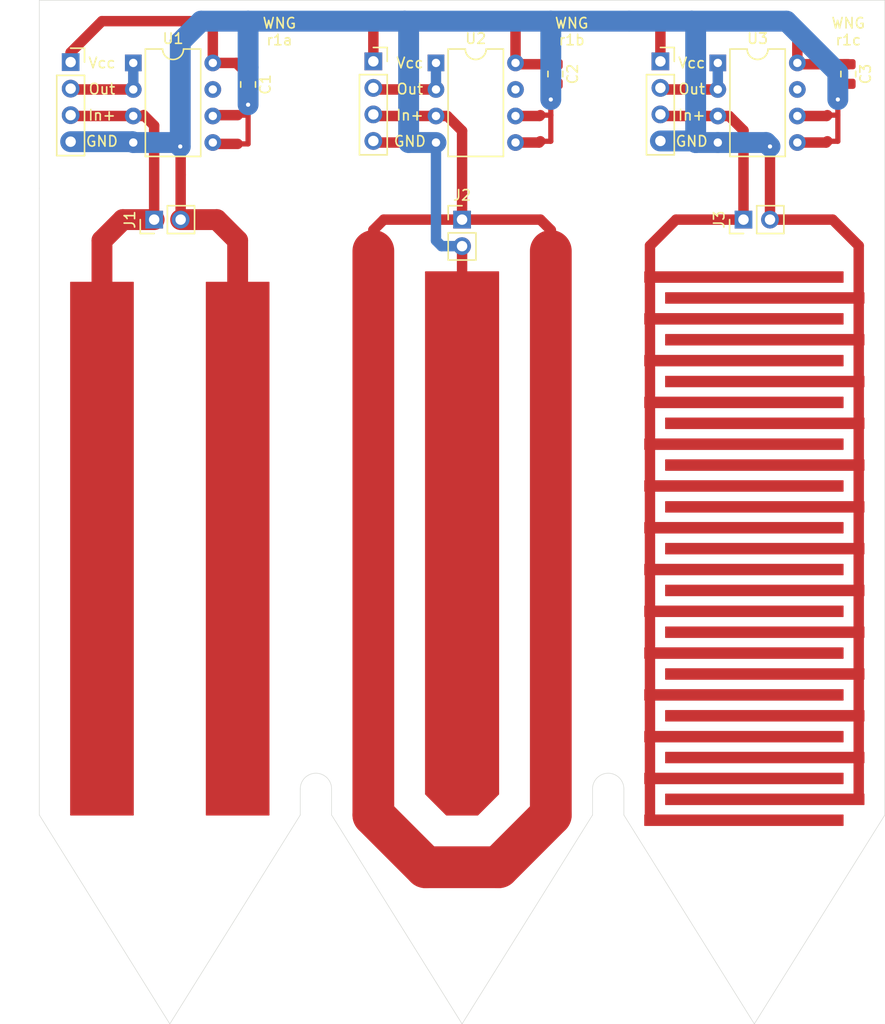
<source format=kicad_pcb>
(kicad_pcb (version 20171130) (host pcbnew 5.1.6-c6e7f7d~86~ubuntu16.04.1)

  (general
    (thickness 1.6)
    (drawings 66)
    (tracks 134)
    (zones 0)
    (modules 48)
    (nets 18)
  )

  (page A4)
  (layers
    (0 F.Cu signal)
    (31 B.Cu signal)
    (32 B.Adhes user)
    (33 F.Adhes user)
    (34 B.Paste user)
    (35 F.Paste user)
    (36 B.SilkS user)
    (37 F.SilkS user)
    (38 B.Mask user)
    (39 F.Mask user)
    (40 Dwgs.User user)
    (41 Cmts.User user)
    (42 Eco1.User user)
    (43 Eco2.User user)
    (44 Edge.Cuts user)
    (45 Margin user)
    (46 B.CrtYd user)
    (47 F.CrtYd user)
    (48 B.Fab user)
    (49 F.Fab user)
  )

  (setup
    (last_trace_width 0.25)
    (user_trace_width 0.5)
    (user_trace_width 1)
    (user_trace_width 2)
    (user_trace_width 4)
    (trace_clearance 0.2)
    (zone_clearance 0.508)
    (zone_45_only no)
    (trace_min 0.2)
    (via_size 0.8)
    (via_drill 0.4)
    (via_min_size 0.4)
    (via_min_drill 0.3)
    (uvia_size 0.3)
    (uvia_drill 0.1)
    (uvias_allowed no)
    (uvia_min_size 0.2)
    (uvia_min_drill 0.1)
    (edge_width 0.05)
    (segment_width 0.2)
    (pcb_text_width 0.3)
    (pcb_text_size 1.5 1.5)
    (mod_edge_width 0.153)
    (mod_text_size 1 1)
    (mod_text_width 0.153)
    (pad_size 1.524 1.524)
    (pad_drill 0.762)
    (pad_to_mask_clearance 0.05)
    (aux_axis_origin 0 0)
    (visible_elements FFFFFF7F)
    (pcbplotparams
      (layerselection 0x010e0_ffffffff)
      (usegerberextensions false)
      (usegerberattributes true)
      (usegerberadvancedattributes true)
      (creategerberjobfile false)
      (excludeedgelayer true)
      (linewidth 0.100000)
      (plotframeref false)
      (viasonmask false)
      (mode 1)
      (useauxorigin false)
      (hpglpennumber 1)
      (hpglpenspeed 20)
      (hpglpendiameter 15.000000)
      (psnegative false)
      (psa4output false)
      (plotreference true)
      (plotvalue true)
      (plotinvisibletext false)
      (padsonsilk false)
      (subtractmaskfromsilk false)
      (outputformat 1)
      (mirror false)
      (drillshape 0)
      (scaleselection 1)
      (outputdirectory "gerbers_2"))
  )

  (net 0 "")
  (net 1 /P)
  (net 2 /P2)
  (net 3 /P3)
  (net 4 GND)
  (net 5 VCC)
  (net 6 "Net-(U1-Pad7)")
  (net 7 "Net-(J4-Pad2)")
  (net 8 "Net-(NT1-Pad2)")
  (net 9 "Net-(NT2-Pad2)")
  (net 10 "Net-(J5-Pad2)")
  (net 11 "Net-(NT3-Pad2)")
  (net 12 "Net-(NT4-Pad2)")
  (net 13 "Net-(U2-Pad7)")
  (net 14 "Net-(J6-Pad2)")
  (net 15 "Net-(NT5-Pad2)")
  (net 16 "Net-(NT6-Pad2)")
  (net 17 "Net-(U3-Pad7)")

  (net_class Default "This is the default net class."
    (clearance 0.2)
    (trace_width 0.25)
    (via_dia 0.8)
    (via_drill 0.4)
    (uvia_dia 0.3)
    (uvia_drill 0.1)
    (add_net /P)
    (add_net /P2)
    (add_net /P3)
    (add_net GND)
    (add_net "Net-(J4-Pad2)")
    (add_net "Net-(J5-Pad2)")
    (add_net "Net-(J6-Pad2)")
    (add_net "Net-(NT1-Pad2)")
    (add_net "Net-(NT2-Pad2)")
    (add_net "Net-(NT3-Pad2)")
    (add_net "Net-(NT4-Pad2)")
    (add_net "Net-(NT5-Pad2)")
    (add_net "Net-(NT6-Pad2)")
    (add_net "Net-(U1-Pad7)")
    (add_net "Net-(U2-Pad7)")
    (add_net "Net-(U3-Pad7)")
    (add_net VCC)
  )

  (module wng-mech:0.5MM_hole (layer F.Cu) (tedit 5EBB7C79) (tstamp 5EBE9975)
    (at 177.5 40.5)
    (fp_text reference REF** (at 0 0.5) (layer F.SilkS) hide
      (effects (font (size 1 1) (thickness 0.15)))
    )
    (fp_text value 0.5MM_hole (at 0 -0.5) (layer F.Fab) hide
      (effects (font (size 1 1) (thickness 0.15)))
    )
    (pad "" np_thru_hole circle (at 0 0) (size 0.5 0.5) (drill 0.5) (layers *.Cu *.Mask))
  )

  (module wng-mech:0.5MM_hole (layer F.Cu) (tedit 5EBB7C79) (tstamp 5EBE9971)
    (at 176 40.5)
    (fp_text reference REF** (at 0 0.5) (layer F.SilkS) hide
      (effects (font (size 1 1) (thickness 0.15)))
    )
    (fp_text value 0.5MM_hole (at 0 -0.5) (layer F.Fab) hide
      (effects (font (size 1 1) (thickness 0.15)))
    )
    (pad "" np_thru_hole circle (at 0 0) (size 0.5 0.5) (drill 0.5) (layers *.Cu *.Mask))
  )

  (module wng-mech:0.5MM_hole (layer F.Cu) (tedit 5EBB7C79) (tstamp 5EBE996D)
    (at 173 40.5)
    (fp_text reference REF** (at 0 0.5) (layer F.SilkS) hide
      (effects (font (size 1 1) (thickness 0.15)))
    )
    (fp_text value 0.5MM_hole (at 0 -0.5) (layer F.Fab) hide
      (effects (font (size 1 1) (thickness 0.15)))
    )
    (pad "" np_thru_hole circle (at 0 0) (size 0.5 0.5) (drill 0.5) (layers *.Cu *.Mask))
  )

  (module wng-mech:0.5MM_hole (layer F.Cu) (tedit 5EBB7C79) (tstamp 5EBE9969)
    (at 174.5 40.5)
    (fp_text reference REF** (at 0 0.5) (layer F.SilkS) hide
      (effects (font (size 1 1) (thickness 0.15)))
    )
    (fp_text value 0.5MM_hole (at 0 -0.5) (layer F.Fab) hide
      (effects (font (size 1 1) (thickness 0.15)))
    )
    (pad "" np_thru_hole circle (at 0 0) (size 0.5 0.5) (drill 0.5) (layers *.Cu *.Mask))
  )

  (module wng-mech:0.5MM_hole (layer F.Cu) (tedit 5EBB7C79) (tstamp 5EBE9965)
    (at 179 40.5)
    (fp_text reference REF** (at 0 0.5) (layer F.SilkS) hide
      (effects (font (size 1 1) (thickness 0.15)))
    )
    (fp_text value 0.5MM_hole (at 0 -0.5) (layer F.Fab) hide
      (effects (font (size 1 1) (thickness 0.15)))
    )
    (pad "" np_thru_hole circle (at 0 0) (size 0.5 0.5) (drill 0.5) (layers *.Cu *.Mask))
  )

  (module wng-mech:0.5MM_hole (layer F.Cu) (tedit 5EBB7C79) (tstamp 5EBE9975)
    (at 163 40.5)
    (fp_text reference REF** (at 0 0.5) (layer F.SilkS) hide
      (effects (font (size 1 1) (thickness 0.15)))
    )
    (fp_text value 0.5MM_hole (at 0 -0.5) (layer F.Fab) hide
      (effects (font (size 1 1) (thickness 0.15)))
    )
    (pad "" np_thru_hole circle (at 0 0) (size 0.5 0.5) (drill 0.5) (layers *.Cu *.Mask))
  )

  (module wng-mech:0.5MM_hole (layer F.Cu) (tedit 5EBB7C79) (tstamp 5EBE9971)
    (at 161.5 40.5)
    (fp_text reference REF** (at 0 0.5) (layer F.SilkS) hide
      (effects (font (size 1 1) (thickness 0.15)))
    )
    (fp_text value 0.5MM_hole (at 0 -0.5) (layer F.Fab) hide
      (effects (font (size 1 1) (thickness 0.15)))
    )
    (pad "" np_thru_hole circle (at 0 0) (size 0.5 0.5) (drill 0.5) (layers *.Cu *.Mask))
  )

  (module wng-mech:0.5MM_hole (layer F.Cu) (tedit 5EBB7C79) (tstamp 5EBE996D)
    (at 158.5 40.5)
    (fp_text reference REF** (at 0 0.5) (layer F.SilkS) hide
      (effects (font (size 1 1) (thickness 0.15)))
    )
    (fp_text value 0.5MM_hole (at 0 -0.5) (layer F.Fab) hide
      (effects (font (size 1 1) (thickness 0.15)))
    )
    (pad "" np_thru_hole circle (at 0 0) (size 0.5 0.5) (drill 0.5) (layers *.Cu *.Mask))
  )

  (module wng-mech:0.5MM_hole (layer F.Cu) (tedit 5EBB7C79) (tstamp 5EBE9969)
    (at 160 40.5)
    (fp_text reference REF** (at 0 0.5) (layer F.SilkS) hide
      (effects (font (size 1 1) (thickness 0.15)))
    )
    (fp_text value 0.5MM_hole (at 0 -0.5) (layer F.Fab) hide
      (effects (font (size 1 1) (thickness 0.15)))
    )
    (pad "" np_thru_hole circle (at 0 0) (size 0.5 0.5) (drill 0.5) (layers *.Cu *.Mask))
  )

  (module wng-mech:0.5MM_hole (layer F.Cu) (tedit 5EBB7C79) (tstamp 5EBE9965)
    (at 164.5 40.5)
    (fp_text reference REF** (at 0 0.5) (layer F.SilkS) hide
      (effects (font (size 1 1) (thickness 0.15)))
    )
    (fp_text value 0.5MM_hole (at 0 -0.5) (layer F.Fab) hide
      (effects (font (size 1 1) (thickness 0.15)))
    )
    (pad "" np_thru_hole circle (at 0 0) (size 0.5 0.5) (drill 0.5) (layers *.Cu *.Mask))
  )

  (module wng-mech:0.5MM_hole (layer F.Cu) (tedit 5EBB7C79) (tstamp 5EBE9975)
    (at 149 40.5)
    (fp_text reference REF** (at 0 0.5) (layer F.SilkS) hide
      (effects (font (size 1 1) (thickness 0.15)))
    )
    (fp_text value 0.5MM_hole (at 0 -0.5) (layer F.Fab) hide
      (effects (font (size 1 1) (thickness 0.15)))
    )
    (pad "" np_thru_hole circle (at 0 0) (size 0.5 0.5) (drill 0.5) (layers *.Cu *.Mask))
  )

  (module wng-mech:0.5MM_hole (layer F.Cu) (tedit 5EBB7C79) (tstamp 5EBE9971)
    (at 147.5 40.5)
    (fp_text reference REF** (at 0 0.5) (layer F.SilkS) hide
      (effects (font (size 1 1) (thickness 0.15)))
    )
    (fp_text value 0.5MM_hole (at 0 -0.5) (layer F.Fab) hide
      (effects (font (size 1 1) (thickness 0.15)))
    )
    (pad "" np_thru_hole circle (at 0 0) (size 0.5 0.5) (drill 0.5) (layers *.Cu *.Mask))
  )

  (module wng-mech:0.5MM_hole (layer F.Cu) (tedit 5EBB7C79) (tstamp 5EBE996D)
    (at 144.5 40.5)
    (fp_text reference REF** (at 0 0.5) (layer F.SilkS) hide
      (effects (font (size 1 1) (thickness 0.15)))
    )
    (fp_text value 0.5MM_hole (at 0 -0.5) (layer F.Fab) hide
      (effects (font (size 1 1) (thickness 0.15)))
    )
    (pad "" np_thru_hole circle (at 0 0) (size 0.5 0.5) (drill 0.5) (layers *.Cu *.Mask))
  )

  (module wng-mech:0.5MM_hole (layer F.Cu) (tedit 5EBB7C79) (tstamp 5EBE9969)
    (at 146 40.5)
    (fp_text reference REF** (at 0 0.5) (layer F.SilkS) hide
      (effects (font (size 1 1) (thickness 0.15)))
    )
    (fp_text value 0.5MM_hole (at 0 -0.5) (layer F.Fab) hide
      (effects (font (size 1 1) (thickness 0.15)))
    )
    (pad "" np_thru_hole circle (at 0 0) (size 0.5 0.5) (drill 0.5) (layers *.Cu *.Mask))
  )

  (module wng-mech:0.5MM_hole (layer F.Cu) (tedit 5EBB7C79) (tstamp 5EBE9965)
    (at 150.5 40.5)
    (fp_text reference REF** (at 0 0.5) (layer F.SilkS) hide
      (effects (font (size 1 1) (thickness 0.15)))
    )
    (fp_text value 0.5MM_hole (at 0 -0.5) (layer F.Fab) hide
      (effects (font (size 1 1) (thickness 0.15)))
    )
    (pad "" np_thru_hole circle (at 0 0) (size 0.5 0.5) (drill 0.5) (layers *.Cu *.Mask))
  )

  (module wng-mech:0.5MM_hole (layer F.Cu) (tedit 5EBB7C79) (tstamp 5EBE9975)
    (at 134.5 40.5)
    (fp_text reference REF** (at 0 0.5) (layer F.SilkS) hide
      (effects (font (size 1 1) (thickness 0.15)))
    )
    (fp_text value 0.5MM_hole (at 0 -0.5) (layer F.Fab) hide
      (effects (font (size 1 1) (thickness 0.15)))
    )
    (pad "" np_thru_hole circle (at 0 0) (size 0.5 0.5) (drill 0.5) (layers *.Cu *.Mask))
  )

  (module wng-mech:0.5MM_hole (layer F.Cu) (tedit 5EBB7C79) (tstamp 5EBE9971)
    (at 133 40.5)
    (fp_text reference REF** (at 0 0.5) (layer F.SilkS) hide
      (effects (font (size 1 1) (thickness 0.15)))
    )
    (fp_text value 0.5MM_hole (at 0 -0.5) (layer F.Fab) hide
      (effects (font (size 1 1) (thickness 0.15)))
    )
    (pad "" np_thru_hole circle (at 0 0) (size 0.5 0.5) (drill 0.5) (layers *.Cu *.Mask))
  )

  (module wng-mech:0.5MM_hole (layer F.Cu) (tedit 5EBB7C79) (tstamp 5EBE996D)
    (at 130 40.5)
    (fp_text reference REF** (at 0 0.5) (layer F.SilkS) hide
      (effects (font (size 1 1) (thickness 0.15)))
    )
    (fp_text value 0.5MM_hole (at 0 -0.5) (layer F.Fab) hide
      (effects (font (size 1 1) (thickness 0.15)))
    )
    (pad "" np_thru_hole circle (at 0 0) (size 0.5 0.5) (drill 0.5) (layers *.Cu *.Mask))
  )

  (module wng-mech:0.5MM_hole (layer F.Cu) (tedit 5EBB7C79) (tstamp 5EBE9969)
    (at 131.5 40.5)
    (fp_text reference REF** (at 0 0.5) (layer F.SilkS) hide
      (effects (font (size 1 1) (thickness 0.15)))
    )
    (fp_text value 0.5MM_hole (at 0 -0.5) (layer F.Fab) hide
      (effects (font (size 1 1) (thickness 0.15)))
    )
    (pad "" np_thru_hole circle (at 0 0) (size 0.5 0.5) (drill 0.5) (layers *.Cu *.Mask))
  )

  (module wng-mech:0.5MM_hole (layer F.Cu) (tedit 5EBB7C79) (tstamp 5EBE9965)
    (at 136 40.5)
    (fp_text reference REF** (at 0 0.5) (layer F.SilkS) hide
      (effects (font (size 1 1) (thickness 0.15)))
    )
    (fp_text value 0.5MM_hole (at 0 -0.5) (layer F.Fab) hide
      (effects (font (size 1 1) (thickness 0.15)))
    )
    (pad "" np_thru_hole circle (at 0 0) (size 0.5 0.5) (drill 0.5) (layers *.Cu *.Mask))
  )

  (module wng-mech:0.5MM_hole (layer F.Cu) (tedit 5EBB7C79) (tstamp 5EBE9975)
    (at 122 40.5)
    (fp_text reference REF** (at 0 0.5) (layer F.SilkS) hide
      (effects (font (size 1 1) (thickness 0.15)))
    )
    (fp_text value 0.5MM_hole (at 0 -0.5) (layer F.Fab) hide
      (effects (font (size 1 1) (thickness 0.15)))
    )
    (pad "" np_thru_hole circle (at 0 0) (size 0.5 0.5) (drill 0.5) (layers *.Cu *.Mask))
  )

  (module wng-mech:0.5MM_hole (layer F.Cu) (tedit 5EBB7C79) (tstamp 5EBE9971)
    (at 120.5 40.5)
    (fp_text reference REF** (at 0 0.5) (layer F.SilkS) hide
      (effects (font (size 1 1) (thickness 0.15)))
    )
    (fp_text value 0.5MM_hole (at 0 -0.5) (layer F.Fab) hide
      (effects (font (size 1 1) (thickness 0.15)))
    )
    (pad "" np_thru_hole circle (at 0 0) (size 0.5 0.5) (drill 0.5) (layers *.Cu *.Mask))
  )

  (module wng-mech:0.5MM_hole (layer F.Cu) (tedit 5EBB7C79) (tstamp 5EBE996D)
    (at 117.5 40.5)
    (fp_text reference REF** (at 0 0.5) (layer F.SilkS) hide
      (effects (font (size 1 1) (thickness 0.15)))
    )
    (fp_text value 0.5MM_hole (at 0 -0.5) (layer F.Fab) hide
      (effects (font (size 1 1) (thickness 0.15)))
    )
    (pad "" np_thru_hole circle (at 0 0) (size 0.5 0.5) (drill 0.5) (layers *.Cu *.Mask))
  )

  (module wng-mech:0.5MM_hole (layer F.Cu) (tedit 5EBB7C79) (tstamp 5EBE9969)
    (at 119 40.5)
    (fp_text reference REF** (at 0 0.5) (layer F.SilkS) hide
      (effects (font (size 1 1) (thickness 0.15)))
    )
    (fp_text value 0.5MM_hole (at 0 -0.5) (layer F.Fab) hide
      (effects (font (size 1 1) (thickness 0.15)))
    )
    (pad "" np_thru_hole circle (at 0 0) (size 0.5 0.5) (drill 0.5) (layers *.Cu *.Mask))
  )

  (module wng-mech:0.5MM_hole (layer F.Cu) (tedit 5EBB7C79) (tstamp 5EBE9965)
    (at 123.5 40.5)
    (fp_text reference REF** (at 0 0.5) (layer F.SilkS) hide
      (effects (font (size 1 1) (thickness 0.15)))
    )
    (fp_text value 0.5MM_hole (at 0 -0.5) (layer F.Fab) hide
      (effects (font (size 1 1) (thickness 0.15)))
    )
    (pad "" np_thru_hole circle (at 0 0) (size 0.5 0.5) (drill 0.5) (layers *.Cu *.Mask))
  )

  (module wng-mech:0.5MM_hole (layer F.Cu) (tedit 5EBB7C79) (tstamp 5EBE995D)
    (at 107.5 40.5)
    (fp_text reference REF** (at 0 0.5) (layer F.SilkS) hide
      (effects (font (size 1 1) (thickness 0.15)))
    )
    (fp_text value 0.5MM_hole (at 0 -0.5) (layer F.Fab) hide
      (effects (font (size 1 1) (thickness 0.15)))
    )
    (pad "" np_thru_hole circle (at 0 0) (size 0.5 0.5) (drill 0.5) (layers *.Cu *.Mask))
  )

  (module wng-mech:0.5MM_hole (layer F.Cu) (tedit 5EBB7C79) (tstamp 5EBE9955)
    (at 106 40.5)
    (fp_text reference REF** (at 0 0.5) (layer F.SilkS) hide
      (effects (font (size 1 1) (thickness 0.15)))
    )
    (fp_text value 0.5MM_hole (at 0 -0.5) (layer F.Fab) hide
      (effects (font (size 1 1) (thickness 0.15)))
    )
    (pad "" np_thru_hole circle (at 0 0) (size 0.5 0.5) (drill 0.5) (layers *.Cu *.Mask))
  )

  (module wng-mech:0.5MM_hole (layer F.Cu) (tedit 5EBB7C79) (tstamp 5EBE994D)
    (at 104.5 40.5)
    (fp_text reference REF** (at 0 0.5) (layer F.SilkS) hide
      (effects (font (size 1 1) (thickness 0.15)))
    )
    (fp_text value 0.5MM_hole (at 0 -0.5) (layer F.Fab) hide
      (effects (font (size 1 1) (thickness 0.15)))
    )
    (pad "" np_thru_hole circle (at 0 0) (size 0.5 0.5) (drill 0.5) (layers *.Cu *.Mask))
  )

  (module wng-mech:0.5MM_hole (layer F.Cu) (tedit 5EBB7C79) (tstamp 5EBE9945)
    (at 103 40.5)
    (fp_text reference REF** (at 0 0.5) (layer F.SilkS) hide
      (effects (font (size 1 1) (thickness 0.15)))
    )
    (fp_text value 0.5MM_hole (at 0 -0.5) (layer F.Fab) hide
      (effects (font (size 1 1) (thickness 0.15)))
    )
    (pad "" np_thru_hole circle (at 0 0) (size 0.5 0.5) (drill 0.5) (layers *.Cu *.Mask))
  )

  (module wng-mech:0.5MM_hole (layer F.Cu) (tedit 5EBB7C79) (tstamp 5EBE98E0)
    (at 101.5 40.5)
    (fp_text reference REF** (at 0 0.5) (layer F.SilkS) hide
      (effects (font (size 1 1) (thickness 0.15)))
    )
    (fp_text value 0.5MM_hole (at 0 -0.5) (layer F.Fab) hide
      (effects (font (size 1 1) (thickness 0.15)))
    )
    (pad "" np_thru_hole circle (at 0 0) (size 0.5 0.5) (drill 0.5) (layers *.Cu *.Mask))
  )

  (module Package_DIP:DIP-8_W7.62mm (layer F.Cu) (tedit 5A02E8C5) (tstamp 5EBE36FC)
    (at 165 28)
    (descr "8-lead though-hole mounted DIP package, row spacing 7.62 mm (300 mils)")
    (tags "THT DIP DIL PDIP 2.54mm 7.62mm 300mil")
    (path /5EC23B70)
    (fp_text reference U3 (at 3.81 -2.33) (layer F.SilkS)
      (effects (font (size 1 1) (thickness 0.153)))
    )
    (fp_text value TL072 (at 3.81 9.95) (layer F.Fab)
      (effects (font (size 1 1) (thickness 0.15)))
    )
    (fp_line (start 8.7 -1.55) (end -1.1 -1.55) (layer F.CrtYd) (width 0.05))
    (fp_line (start 8.7 9.15) (end 8.7 -1.55) (layer F.CrtYd) (width 0.05))
    (fp_line (start -1.1 9.15) (end 8.7 9.15) (layer F.CrtYd) (width 0.05))
    (fp_line (start -1.1 -1.55) (end -1.1 9.15) (layer F.CrtYd) (width 0.05))
    (fp_line (start 6.46 -1.33) (end 4.81 -1.33) (layer F.SilkS) (width 0.153))
    (fp_line (start 6.46 8.95) (end 6.46 -1.33) (layer F.SilkS) (width 0.153))
    (fp_line (start 1.16 8.95) (end 6.46 8.95) (layer F.SilkS) (width 0.153))
    (fp_line (start 1.16 -1.33) (end 1.16 8.95) (layer F.SilkS) (width 0.153))
    (fp_line (start 2.81 -1.33) (end 1.16 -1.33) (layer F.SilkS) (width 0.153))
    (fp_line (start 0.635 -0.27) (end 1.635 -1.27) (layer F.Fab) (width 0.1))
    (fp_line (start 0.635 8.89) (end 0.635 -0.27) (layer F.Fab) (width 0.1))
    (fp_line (start 6.985 8.89) (end 0.635 8.89) (layer F.Fab) (width 0.1))
    (fp_line (start 6.985 -1.27) (end 6.985 8.89) (layer F.Fab) (width 0.1))
    (fp_line (start 1.635 -1.27) (end 6.985 -1.27) (layer F.Fab) (width 0.1))
    (fp_text user %R (at 3.81 3.81) (layer F.Fab)
      (effects (font (size 1 1) (thickness 0.15)))
    )
    (fp_arc (start 3.81 -1.33) (end 2.81 -1.33) (angle -180) (layer F.SilkS) (width 0.153))
    (pad 8 thru_hole oval (at 7.62 0) (size 1.6 1.6) (drill 0.8) (layers *.Cu *.Mask)
      (net 5 VCC))
    (pad 4 thru_hole oval (at 0 7.62) (size 1.6 1.6) (drill 0.8) (layers *.Cu *.Mask)
      (net 4 GND))
    (pad 7 thru_hole oval (at 7.62 2.54) (size 1.6 1.6) (drill 0.8) (layers *.Cu *.Mask)
      (net 17 "Net-(U3-Pad7)"))
    (pad 3 thru_hole oval (at 0 5.08) (size 1.6 1.6) (drill 0.8) (layers *.Cu *.Mask)
      (net 3 /P3))
    (pad 6 thru_hole oval (at 7.62 5.08) (size 1.6 1.6) (drill 0.8) (layers *.Cu *.Mask)
      (net 16 "Net-(NT6-Pad2)"))
    (pad 2 thru_hole oval (at 0 2.54) (size 1.6 1.6) (drill 0.8) (layers *.Cu *.Mask)
      (net 14 "Net-(J6-Pad2)"))
    (pad 5 thru_hole oval (at 7.62 7.62) (size 1.6 1.6) (drill 0.8) (layers *.Cu *.Mask)
      (net 15 "Net-(NT5-Pad2)"))
    (pad 1 thru_hole rect (at 0 0) (size 1.6 1.6) (drill 0.8) (layers *.Cu *.Mask)
      (net 14 "Net-(J6-Pad2)"))
    (model ${KISYS3DMOD}/Package_DIP.3dshapes/DIP-8_W7.62mm.wrl
      (at (xyz 0 0 0))
      (scale (xyz 1 1 1))
      (rotate (xyz 0 0 0))
    )
  )

  (module NetTie:NetTie-2_SMD_Pad0.5mm (layer F.Cu) (tedit 5A1CF6D3) (tstamp 5EBE3674)
    (at 176 33 180)
    (descr "Net tie, 2 pin, 0.5mm square SMD pads")
    (tags "net tie")
    (path /5EC23BD1)
    (attr virtual)
    (fp_text reference NT6 (at 0 -1.2) (layer F.SilkS) hide
      (effects (font (size 1 1) (thickness 0.153)))
    )
    (fp_text value Net-Tie_2 (at 0 1.2) (layer F.Fab)
      (effects (font (size 1 1) (thickness 0.15)))
    )
    (fp_line (start -1 -0.5) (end -1 0.5) (layer F.CrtYd) (width 0.05))
    (fp_line (start -1 0.5) (end 1 0.5) (layer F.CrtYd) (width 0.05))
    (fp_line (start 1 0.5) (end 1 -0.5) (layer F.CrtYd) (width 0.05))
    (fp_line (start 1 -0.5) (end -1 -0.5) (layer F.CrtYd) (width 0.05))
    (fp_poly (pts (xy -0.5 -0.25) (xy 0.5 -0.25) (xy 0.5 0.25) (xy -0.5 0.25)) (layer F.Cu) (width 0))
    (pad 2 smd circle (at 0.5 0 180) (size 0.5 0.5) (layers F.Cu)
      (net 16 "Net-(NT6-Pad2)"))
    (pad 1 smd circle (at -0.5 0 180) (size 0.5 0.5) (layers F.Cu)
      (net 4 GND))
  )

  (module NetTie:NetTie-2_SMD_Pad0.5mm (layer F.Cu) (tedit 5A1CF6D3) (tstamp 5EBE3669)
    (at 176 35.5 180)
    (descr "Net tie, 2 pin, 0.5mm square SMD pads")
    (tags "net tie")
    (path /5EC23BCA)
    (attr virtual)
    (fp_text reference NT5 (at 0 -1.2) (layer F.SilkS) hide
      (effects (font (size 1 1) (thickness 0.153)))
    )
    (fp_text value Net-Tie_2 (at 0 1.2) (layer F.Fab)
      (effects (font (size 1 1) (thickness 0.15)))
    )
    (fp_line (start -1 -0.5) (end -1 0.5) (layer F.CrtYd) (width 0.05))
    (fp_line (start -1 0.5) (end 1 0.5) (layer F.CrtYd) (width 0.05))
    (fp_line (start 1 0.5) (end 1 -0.5) (layer F.CrtYd) (width 0.05))
    (fp_line (start 1 -0.5) (end -1 -0.5) (layer F.CrtYd) (width 0.05))
    (fp_poly (pts (xy -0.5 -0.25) (xy 0.5 -0.25) (xy 0.5 0.25) (xy -0.5 0.25)) (layer F.Cu) (width 0))
    (pad 2 smd circle (at 0.5 0 180) (size 0.5 0.5) (layers F.Cu)
      (net 15 "Net-(NT5-Pad2)"))
    (pad 1 smd circle (at -0.5 0 180) (size 0.5 0.5) (layers F.Cu)
      (net 4 GND))
  )

  (module Connector_PinSocket_2.54mm:PinSocket_1x04_P2.54mm_Vertical (layer F.Cu) (tedit 5A19A429) (tstamp 5EBE360E)
    (at 159.5 27.85)
    (descr "Through hole straight socket strip, 1x04, 2.54mm pitch, single row (from Kicad 4.0.7), script generated")
    (tags "Through hole socket strip THT 1x04 2.54mm single row")
    (path /5EC23BBB)
    (fp_text reference J6 (at 0 -2.77) (layer F.SilkS) hide
      (effects (font (size 1 1) (thickness 0.153)))
    )
    (fp_text value Conn_01x04_Male (at 0 10.39) (layer F.Fab)
      (effects (font (size 1 1) (thickness 0.15)))
    )
    (fp_line (start -1.8 9.4) (end -1.8 -1.8) (layer F.CrtYd) (width 0.05))
    (fp_line (start 1.75 9.4) (end -1.8 9.4) (layer F.CrtYd) (width 0.05))
    (fp_line (start 1.75 -1.8) (end 1.75 9.4) (layer F.CrtYd) (width 0.05))
    (fp_line (start -1.8 -1.8) (end 1.75 -1.8) (layer F.CrtYd) (width 0.05))
    (fp_line (start 0 -1.33) (end 1.33 -1.33) (layer F.SilkS) (width 0.153))
    (fp_line (start 1.33 -1.33) (end 1.33 0) (layer F.SilkS) (width 0.153))
    (fp_line (start 1.33 1.27) (end 1.33 8.95) (layer F.SilkS) (width 0.153))
    (fp_line (start -1.33 8.95) (end 1.33 8.95) (layer F.SilkS) (width 0.153))
    (fp_line (start -1.33 1.27) (end -1.33 8.95) (layer F.SilkS) (width 0.153))
    (fp_line (start -1.33 1.27) (end 1.33 1.27) (layer F.SilkS) (width 0.153))
    (fp_line (start -1.27 8.89) (end -1.27 -1.27) (layer F.Fab) (width 0.1))
    (fp_line (start 1.27 8.89) (end -1.27 8.89) (layer F.Fab) (width 0.1))
    (fp_line (start 1.27 -0.635) (end 1.27 8.89) (layer F.Fab) (width 0.1))
    (fp_line (start 0.635 -1.27) (end 1.27 -0.635) (layer F.Fab) (width 0.1))
    (fp_line (start -1.27 -1.27) (end 0.635 -1.27) (layer F.Fab) (width 0.1))
    (fp_text user %R (at 0 3.81 90) (layer F.Fab)
      (effects (font (size 1 1) (thickness 0.15)))
    )
    (pad 4 thru_hole oval (at 0 7.62) (size 1.7 1.7) (drill 1) (layers *.Cu *.Mask)
      (net 4 GND))
    (pad 3 thru_hole oval (at 0 5.08) (size 1.7 1.7) (drill 1) (layers *.Cu *.Mask)
      (net 3 /P3))
    (pad 2 thru_hole oval (at 0 2.54) (size 1.7 1.7) (drill 1) (layers *.Cu *.Mask)
      (net 14 "Net-(J6-Pad2)"))
    (pad 1 thru_hole rect (at 0 0) (size 1.7 1.7) (drill 1) (layers *.Cu *.Mask)
      (net 5 VCC))
    (model ${KISYS3DMOD}/Connector_PinSocket_2.54mm.3dshapes/PinSocket_1x04_P2.54mm_Vertical.wrl
      (at (xyz 0 0 0))
      (scale (xyz 1 1 1))
      (rotate (xyz 0 0 0))
    )
  )

  (module Capacitor_SMD:C_0805_2012Metric (layer F.Cu) (tedit 5B36C52B) (tstamp 5EBE351C)
    (at 177.5 29.0625 270)
    (descr "Capacitor SMD 0805 (2012 Metric), square (rectangular) end terminal, IPC_7351 nominal, (Body size source: https://docs.google.com/spreadsheets/d/1BsfQQcO9C6DZCsRaXUlFlo91Tg2WpOkGARC1WS5S8t0/edit?usp=sharing), generated with kicad-footprint-generator")
    (tags capacitor)
    (path /5EC23B85)
    (attr smd)
    (fp_text reference C3 (at 0 -1.65 90) (layer F.SilkS)
      (effects (font (size 1 1) (thickness 0.153)))
    )
    (fp_text value C (at 0 1.65 90) (layer F.Fab)
      (effects (font (size 1 1) (thickness 0.15)))
    )
    (fp_line (start 1.68 0.95) (end -1.68 0.95) (layer F.CrtYd) (width 0.05))
    (fp_line (start 1.68 -0.95) (end 1.68 0.95) (layer F.CrtYd) (width 0.05))
    (fp_line (start -1.68 -0.95) (end 1.68 -0.95) (layer F.CrtYd) (width 0.05))
    (fp_line (start -1.68 0.95) (end -1.68 -0.95) (layer F.CrtYd) (width 0.05))
    (fp_line (start -0.258578 0.71) (end 0.258578 0.71) (layer F.SilkS) (width 0.153))
    (fp_line (start -0.258578 -0.71) (end 0.258578 -0.71) (layer F.SilkS) (width 0.153))
    (fp_line (start 1 0.6) (end -1 0.6) (layer F.Fab) (width 0.1))
    (fp_line (start 1 -0.6) (end 1 0.6) (layer F.Fab) (width 0.1))
    (fp_line (start -1 -0.6) (end 1 -0.6) (layer F.Fab) (width 0.1))
    (fp_line (start -1 0.6) (end -1 -0.6) (layer F.Fab) (width 0.1))
    (fp_text user %R (at 0 0 90) (layer F.Fab)
      (effects (font (size 0.5 0.5) (thickness 0.08)))
    )
    (pad 2 smd roundrect (at 0.9375 0 270) (size 0.975 1.4) (layers F.Cu F.Paste F.Mask) (roundrect_rratio 0.25)
      (net 4 GND))
    (pad 1 smd roundrect (at -0.9375 0 270) (size 0.975 1.4) (layers F.Cu F.Paste F.Mask) (roundrect_rratio 0.25)
      (net 5 VCC))
    (model ${KISYS3DMOD}/Capacitor_SMD.3dshapes/C_0805_2012Metric.wrl
      (at (xyz 0 0 0))
      (scale (xyz 1 1 1))
      (rotate (xyz 0 0 0))
    )
  )

  (module Package_DIP:DIP-8_W7.62mm (layer F.Cu) (tedit 5A02E8C5) (tstamp 5EBE3095)
    (at 138 28)
    (descr "8-lead though-hole mounted DIP package, row spacing 7.62 mm (300 mils)")
    (tags "THT DIP DIL PDIP 2.54mm 7.62mm 300mil")
    (path /5EC12EA9)
    (fp_text reference U2 (at 3.81 -2.33) (layer F.SilkS)
      (effects (font (size 1 1) (thickness 0.153)))
    )
    (fp_text value TL072 (at 3.81 9.95) (layer F.Fab)
      (effects (font (size 1 1) (thickness 0.15)))
    )
    (fp_line (start 8.7 -1.55) (end -1.1 -1.55) (layer F.CrtYd) (width 0.05))
    (fp_line (start 8.7 9.15) (end 8.7 -1.55) (layer F.CrtYd) (width 0.05))
    (fp_line (start -1.1 9.15) (end 8.7 9.15) (layer F.CrtYd) (width 0.05))
    (fp_line (start -1.1 -1.55) (end -1.1 9.15) (layer F.CrtYd) (width 0.05))
    (fp_line (start 6.46 -1.33) (end 4.81 -1.33) (layer F.SilkS) (width 0.153))
    (fp_line (start 6.46 8.95) (end 6.46 -1.33) (layer F.SilkS) (width 0.153))
    (fp_line (start 1.16 8.95) (end 6.46 8.95) (layer F.SilkS) (width 0.153))
    (fp_line (start 1.16 -1.33) (end 1.16 8.95) (layer F.SilkS) (width 0.153))
    (fp_line (start 2.81 -1.33) (end 1.16 -1.33) (layer F.SilkS) (width 0.153))
    (fp_line (start 0.635 -0.27) (end 1.635 -1.27) (layer F.Fab) (width 0.1))
    (fp_line (start 0.635 8.89) (end 0.635 -0.27) (layer F.Fab) (width 0.1))
    (fp_line (start 6.985 8.89) (end 0.635 8.89) (layer F.Fab) (width 0.1))
    (fp_line (start 6.985 -1.27) (end 6.985 8.89) (layer F.Fab) (width 0.1))
    (fp_line (start 1.635 -1.27) (end 6.985 -1.27) (layer F.Fab) (width 0.1))
    (fp_text user %R (at 3.81 3.81) (layer F.Fab)
      (effects (font (size 1 1) (thickness 0.15)))
    )
    (fp_arc (start 3.81 -1.33) (end 2.81 -1.33) (angle -180) (layer F.SilkS) (width 0.153))
    (pad 8 thru_hole oval (at 7.62 0) (size 1.6 1.6) (drill 0.8) (layers *.Cu *.Mask)
      (net 5 VCC))
    (pad 4 thru_hole oval (at 0 7.62) (size 1.6 1.6) (drill 0.8) (layers *.Cu *.Mask)
      (net 4 GND))
    (pad 7 thru_hole oval (at 7.62 2.54) (size 1.6 1.6) (drill 0.8) (layers *.Cu *.Mask)
      (net 13 "Net-(U2-Pad7)"))
    (pad 3 thru_hole oval (at 0 5.08) (size 1.6 1.6) (drill 0.8) (layers *.Cu *.Mask)
      (net 2 /P2))
    (pad 6 thru_hole oval (at 7.62 5.08) (size 1.6 1.6) (drill 0.8) (layers *.Cu *.Mask)
      (net 12 "Net-(NT4-Pad2)"))
    (pad 2 thru_hole oval (at 0 2.54) (size 1.6 1.6) (drill 0.8) (layers *.Cu *.Mask)
      (net 10 "Net-(J5-Pad2)"))
    (pad 5 thru_hole oval (at 7.62 7.62) (size 1.6 1.6) (drill 0.8) (layers *.Cu *.Mask)
      (net 11 "Net-(NT3-Pad2)"))
    (pad 1 thru_hole rect (at 0 0) (size 1.6 1.6) (drill 0.8) (layers *.Cu *.Mask)
      (net 10 "Net-(J5-Pad2)"))
    (model ${KISYS3DMOD}/Package_DIP.3dshapes/DIP-8_W7.62mm.wrl
      (at (xyz 0 0 0))
      (scale (xyz 1 1 1))
      (rotate (xyz 0 0 0))
    )
  )

  (module NetTie:NetTie-2_SMD_Pad0.5mm (layer F.Cu) (tedit 5A1CF6D3) (tstamp 5EBE3043)
    (at 148.5 33 180)
    (descr "Net tie, 2 pin, 0.5mm square SMD pads")
    (tags "net tie")
    (path /5EC12F12)
    (attr virtual)
    (fp_text reference NT4 (at 0 -1.2) (layer F.SilkS) hide
      (effects (font (size 1 1) (thickness 0.153)))
    )
    (fp_text value Net-Tie_2 (at 0 1.2) (layer F.Fab)
      (effects (font (size 1 1) (thickness 0.15)))
    )
    (fp_line (start -1 -0.5) (end -1 0.5) (layer F.CrtYd) (width 0.05))
    (fp_line (start -1 0.5) (end 1 0.5) (layer F.CrtYd) (width 0.05))
    (fp_line (start 1 0.5) (end 1 -0.5) (layer F.CrtYd) (width 0.05))
    (fp_line (start 1 -0.5) (end -1 -0.5) (layer F.CrtYd) (width 0.05))
    (fp_poly (pts (xy -0.5 -0.25) (xy 0.5 -0.25) (xy 0.5 0.25) (xy -0.5 0.25)) (layer F.Cu) (width 0))
    (pad 2 smd circle (at 0.5 0 180) (size 0.5 0.5) (layers F.Cu)
      (net 12 "Net-(NT4-Pad2)"))
    (pad 1 smd circle (at -0.5 0 180) (size 0.5 0.5) (layers F.Cu)
      (net 4 GND))
  )

  (module NetTie:NetTie-2_SMD_Pad0.5mm (layer F.Cu) (tedit 5A1CF6D3) (tstamp 5EBE3038)
    (at 148.5 35.5 180)
    (descr "Net tie, 2 pin, 0.5mm square SMD pads")
    (tags "net tie")
    (path /5EC12F0B)
    (attr virtual)
    (fp_text reference NT3 (at 0 -1.2) (layer F.SilkS) hide
      (effects (font (size 1 1) (thickness 0.153)))
    )
    (fp_text value Net-Tie_2 (at 0 1.2) (layer F.Fab)
      (effects (font (size 1 1) (thickness 0.15)))
    )
    (fp_line (start -1 -0.5) (end -1 0.5) (layer F.CrtYd) (width 0.05))
    (fp_line (start -1 0.5) (end 1 0.5) (layer F.CrtYd) (width 0.05))
    (fp_line (start 1 0.5) (end 1 -0.5) (layer F.CrtYd) (width 0.05))
    (fp_line (start 1 -0.5) (end -1 -0.5) (layer F.CrtYd) (width 0.05))
    (fp_poly (pts (xy -0.5 -0.25) (xy 0.5 -0.25) (xy 0.5 0.25) (xy -0.5 0.25)) (layer F.Cu) (width 0))
    (pad 2 smd circle (at 0.5 0 180) (size 0.5 0.5) (layers F.Cu)
      (net 11 "Net-(NT3-Pad2)"))
    (pad 1 smd circle (at -0.5 0 180) (size 0.5 0.5) (layers F.Cu)
      (net 4 GND))
  )

  (module Connector_PinSocket_2.54mm:PinSocket_1x04_P2.54mm_Vertical (layer F.Cu) (tedit 5A19A429) (tstamp 5EBE314C)
    (at 132 27.85)
    (descr "Through hole straight socket strip, 1x04, 2.54mm pitch, single row (from Kicad 4.0.7), script generated")
    (tags "Through hole socket strip THT 1x04 2.54mm single row")
    (path /5EC12EFB)
    (fp_text reference J5 (at 0 -2.77) (layer F.SilkS) hide
      (effects (font (size 1 1) (thickness 0.153)))
    )
    (fp_text value Conn_01x04_Male (at 0 10.39) (layer F.Fab)
      (effects (font (size 1 1) (thickness 0.15)))
    )
    (fp_line (start -1.8 9.4) (end -1.8 -1.8) (layer F.CrtYd) (width 0.05))
    (fp_line (start 1.75 9.4) (end -1.8 9.4) (layer F.CrtYd) (width 0.05))
    (fp_line (start 1.75 -1.8) (end 1.75 9.4) (layer F.CrtYd) (width 0.05))
    (fp_line (start -1.8 -1.8) (end 1.75 -1.8) (layer F.CrtYd) (width 0.05))
    (fp_line (start 0 -1.33) (end 1.33 -1.33) (layer F.SilkS) (width 0.153))
    (fp_line (start 1.33 -1.33) (end 1.33 0) (layer F.SilkS) (width 0.153))
    (fp_line (start 1.33 1.27) (end 1.33 8.95) (layer F.SilkS) (width 0.153))
    (fp_line (start -1.33 8.95) (end 1.33 8.95) (layer F.SilkS) (width 0.153))
    (fp_line (start -1.33 1.27) (end -1.33 8.95) (layer F.SilkS) (width 0.153))
    (fp_line (start -1.33 1.27) (end 1.33 1.27) (layer F.SilkS) (width 0.153))
    (fp_line (start -1.27 8.89) (end -1.27 -1.27) (layer F.Fab) (width 0.1))
    (fp_line (start 1.27 8.89) (end -1.27 8.89) (layer F.Fab) (width 0.1))
    (fp_line (start 1.27 -0.635) (end 1.27 8.89) (layer F.Fab) (width 0.1))
    (fp_line (start 0.635 -1.27) (end 1.27 -0.635) (layer F.Fab) (width 0.1))
    (fp_line (start -1.27 -1.27) (end 0.635 -1.27) (layer F.Fab) (width 0.1))
    (fp_text user %R (at 0 3.81 90) (layer F.Fab)
      (effects (font (size 1 1) (thickness 0.15)))
    )
    (pad 4 thru_hole oval (at 0 7.62) (size 1.7 1.7) (drill 1) (layers *.Cu *.Mask)
      (net 4 GND))
    (pad 3 thru_hole oval (at 0 5.08) (size 1.7 1.7) (drill 1) (layers *.Cu *.Mask)
      (net 2 /P2))
    (pad 2 thru_hole oval (at 0 2.54) (size 1.7 1.7) (drill 1) (layers *.Cu *.Mask)
      (net 10 "Net-(J5-Pad2)"))
    (pad 1 thru_hole rect (at 0 0) (size 1.7 1.7) (drill 1) (layers *.Cu *.Mask)
      (net 5 VCC))
    (model ${KISYS3DMOD}/Connector_PinSocket_2.54mm.3dshapes/PinSocket_1x04_P2.54mm_Vertical.wrl
      (at (xyz 0 0 0))
      (scale (xyz 1 1 1))
      (rotate (xyz 0 0 0))
    )
  )

  (module Capacitor_SMD:C_0805_2012Metric (layer F.Cu) (tedit 5B36C52B) (tstamp 5EBE2F41)
    (at 149.4375 29.0625 270)
    (descr "Capacitor SMD 0805 (2012 Metric), square (rectangular) end terminal, IPC_7351 nominal, (Body size source: https://docs.google.com/spreadsheets/d/1BsfQQcO9C6DZCsRaXUlFlo91Tg2WpOkGARC1WS5S8t0/edit?usp=sharing), generated with kicad-footprint-generator")
    (tags capacitor)
    (path /5EC12EBE)
    (attr smd)
    (fp_text reference C2 (at 0 -1.65 90) (layer F.SilkS)
      (effects (font (size 1 1) (thickness 0.153)))
    )
    (fp_text value C (at 0 1.65 90) (layer F.Fab)
      (effects (font (size 1 1) (thickness 0.15)))
    )
    (fp_line (start 1.68 0.95) (end -1.68 0.95) (layer F.CrtYd) (width 0.05))
    (fp_line (start 1.68 -0.95) (end 1.68 0.95) (layer F.CrtYd) (width 0.05))
    (fp_line (start -1.68 -0.95) (end 1.68 -0.95) (layer F.CrtYd) (width 0.05))
    (fp_line (start -1.68 0.95) (end -1.68 -0.95) (layer F.CrtYd) (width 0.05))
    (fp_line (start -0.258578 0.71) (end 0.258578 0.71) (layer F.SilkS) (width 0.153))
    (fp_line (start -0.258578 -0.71) (end 0.258578 -0.71) (layer F.SilkS) (width 0.153))
    (fp_line (start 1 0.6) (end -1 0.6) (layer F.Fab) (width 0.1))
    (fp_line (start 1 -0.6) (end 1 0.6) (layer F.Fab) (width 0.1))
    (fp_line (start -1 -0.6) (end 1 -0.6) (layer F.Fab) (width 0.1))
    (fp_line (start -1 0.6) (end -1 -0.6) (layer F.Fab) (width 0.1))
    (fp_text user %R (at 0 0 90) (layer F.Fab)
      (effects (font (size 0.5 0.5) (thickness 0.08)))
    )
    (pad 2 smd roundrect (at 0.9375 0 270) (size 0.975 1.4) (layers F.Cu F.Paste F.Mask) (roundrect_rratio 0.25)
      (net 4 GND))
    (pad 1 smd roundrect (at -0.9375 0 270) (size 0.975 1.4) (layers F.Cu F.Paste F.Mask) (roundrect_rratio 0.25)
      (net 5 VCC))
    (model ${KISYS3DMOD}/Capacitor_SMD.3dshapes/C_0805_2012Metric.wrl
      (at (xyz 0 0 0))
      (scale (xyz 1 1 1))
      (rotate (xyz 0 0 0))
    )
  )

  (module NetTie:NetTie-2_SMD_Pad0.5mm (layer F.Cu) (tedit 5A1CF6D3) (tstamp 5EBE2A7F)
    (at 119.5 33 180)
    (descr "Net tie, 2 pin, 0.5mm square SMD pads")
    (tags "net tie")
    (path /5EBFED1D)
    (attr virtual)
    (fp_text reference NT2 (at 0 -1.2) (layer F.SilkS) hide
      (effects (font (size 1 1) (thickness 0.153)))
    )
    (fp_text value Net-Tie_2 (at 0 1.2) (layer F.Fab)
      (effects (font (size 1 1) (thickness 0.15)))
    )
    (fp_line (start -1 -0.5) (end -1 0.5) (layer F.CrtYd) (width 0.05))
    (fp_line (start -1 0.5) (end 1 0.5) (layer F.CrtYd) (width 0.05))
    (fp_line (start 1 0.5) (end 1 -0.5) (layer F.CrtYd) (width 0.05))
    (fp_line (start 1 -0.5) (end -1 -0.5) (layer F.CrtYd) (width 0.05))
    (fp_poly (pts (xy -0.5 -0.25) (xy 0.5 -0.25) (xy 0.5 0.25) (xy -0.5 0.25)) (layer F.Cu) (width 0))
    (pad 2 smd circle (at 0.5 0 180) (size 0.5 0.5) (layers F.Cu)
      (net 9 "Net-(NT2-Pad2)"))
    (pad 1 smd circle (at -0.5 0 180) (size 0.5 0.5) (layers F.Cu)
      (net 4 GND))
  )

  (module NetTie:NetTie-2_SMD_Pad0.5mm (layer F.Cu) (tedit 5A1CF6D3) (tstamp 5EBE2A74)
    (at 119.5 35.75 180)
    (descr "Net tie, 2 pin, 0.5mm square SMD pads")
    (tags "net tie")
    (path /5EBFDF3F)
    (attr virtual)
    (fp_text reference NT1 (at 0 -1.2) (layer F.SilkS) hide
      (effects (font (size 1 1) (thickness 0.153)))
    )
    (fp_text value Net-Tie_2 (at 0 1.2) (layer F.Fab)
      (effects (font (size 1 1) (thickness 0.15)))
    )
    (fp_line (start -1 -0.5) (end -1 0.5) (layer F.CrtYd) (width 0.05))
    (fp_line (start -1 0.5) (end 1 0.5) (layer F.CrtYd) (width 0.05))
    (fp_line (start 1 0.5) (end 1 -0.5) (layer F.CrtYd) (width 0.05))
    (fp_line (start 1 -0.5) (end -1 -0.5) (layer F.CrtYd) (width 0.05))
    (fp_poly (pts (xy -0.5 -0.25) (xy 0.5 -0.25) (xy 0.5 0.25) (xy -0.5 0.25)) (layer F.Cu) (width 0))
    (pad 2 smd circle (at 0.5 0 180) (size 0.5 0.5) (layers F.Cu)
      (net 8 "Net-(NT1-Pad2)"))
    (pad 1 smd circle (at -0.5 0 180) (size 0.5 0.5) (layers F.Cu)
      (net 4 GND))
  )

  (module Connector_PinSocket_2.54mm:PinSocket_1x04_P2.54mm_Vertical (layer F.Cu) (tedit 5A19A429) (tstamp 5EBE221B)
    (at 103 27.92)
    (descr "Through hole straight socket strip, 1x04, 2.54mm pitch, single row (from Kicad 4.0.7), script generated")
    (tags "Through hole socket strip THT 1x04 2.54mm single row")
    (path /5EBEEB57)
    (fp_text reference J4 (at 0 -2.77) (layer F.SilkS) hide
      (effects (font (size 1 1) (thickness 0.153)))
    )
    (fp_text value Conn_01x04_Male (at 0 10.39) (layer F.Fab)
      (effects (font (size 1 1) (thickness 0.15)))
    )
    (fp_line (start -1.8 9.4) (end -1.8 -1.8) (layer F.CrtYd) (width 0.05))
    (fp_line (start 1.75 9.4) (end -1.8 9.4) (layer F.CrtYd) (width 0.05))
    (fp_line (start 1.75 -1.8) (end 1.75 9.4) (layer F.CrtYd) (width 0.05))
    (fp_line (start -1.8 -1.8) (end 1.75 -1.8) (layer F.CrtYd) (width 0.05))
    (fp_line (start 0 -1.33) (end 1.33 -1.33) (layer F.SilkS) (width 0.153))
    (fp_line (start 1.33 -1.33) (end 1.33 0) (layer F.SilkS) (width 0.153))
    (fp_line (start 1.33 1.27) (end 1.33 8.95) (layer F.SilkS) (width 0.153))
    (fp_line (start -1.33 8.95) (end 1.33 8.95) (layer F.SilkS) (width 0.153))
    (fp_line (start -1.33 1.27) (end -1.33 8.95) (layer F.SilkS) (width 0.153))
    (fp_line (start -1.33 1.27) (end 1.33 1.27) (layer F.SilkS) (width 0.153))
    (fp_line (start -1.27 8.89) (end -1.27 -1.27) (layer F.Fab) (width 0.1))
    (fp_line (start 1.27 8.89) (end -1.27 8.89) (layer F.Fab) (width 0.1))
    (fp_line (start 1.27 -0.635) (end 1.27 8.89) (layer F.Fab) (width 0.1))
    (fp_line (start 0.635 -1.27) (end 1.27 -0.635) (layer F.Fab) (width 0.1))
    (fp_line (start -1.27 -1.27) (end 0.635 -1.27) (layer F.Fab) (width 0.1))
    (fp_text user %R (at 0 3.81 90) (layer F.Fab)
      (effects (font (size 1 1) (thickness 0.15)))
    )
    (pad 4 thru_hole oval (at 0 7.62) (size 1.7 1.7) (drill 1) (layers *.Cu *.Mask)
      (net 4 GND))
    (pad 3 thru_hole oval (at 0 5.08) (size 1.7 1.7) (drill 1) (layers *.Cu *.Mask)
      (net 1 /P))
    (pad 2 thru_hole oval (at 0 2.54) (size 1.7 1.7) (drill 1) (layers *.Cu *.Mask)
      (net 7 "Net-(J4-Pad2)"))
    (pad 1 thru_hole rect (at 0 0) (size 1.7 1.7) (drill 1) (layers *.Cu *.Mask)
      (net 5 VCC))
    (model ${KISYS3DMOD}/Connector_PinSocket_2.54mm.3dshapes/PinSocket_1x04_P2.54mm_Vertical.wrl
      (at (xyz 0 0 0))
      (scale (xyz 1 1 1))
      (rotate (xyz 0 0 0))
    )
  )

  (module Package_DIP:DIP-8_W7.62mm (layer F.Cu) (tedit 5A02E8C5) (tstamp 5EBE1CB4)
    (at 109 28)
    (descr "8-lead though-hole mounted DIP package, row spacing 7.62 mm (300 mils)")
    (tags "THT DIP DIL PDIP 2.54mm 7.62mm 300mil")
    (path /5EBCFEFF)
    (fp_text reference U1 (at 3.81 -2.33) (layer F.SilkS)
      (effects (font (size 1 1) (thickness 0.153)))
    )
    (fp_text value TL072 (at 3.81 9.95) (layer F.Fab)
      (effects (font (size 1 1) (thickness 0.15)))
    )
    (fp_line (start 8.7 -1.55) (end -1.1 -1.55) (layer F.CrtYd) (width 0.05))
    (fp_line (start 8.7 9.15) (end 8.7 -1.55) (layer F.CrtYd) (width 0.05))
    (fp_line (start -1.1 9.15) (end 8.7 9.15) (layer F.CrtYd) (width 0.05))
    (fp_line (start -1.1 -1.55) (end -1.1 9.15) (layer F.CrtYd) (width 0.05))
    (fp_line (start 6.46 -1.33) (end 4.81 -1.33) (layer F.SilkS) (width 0.153))
    (fp_line (start 6.46 8.95) (end 6.46 -1.33) (layer F.SilkS) (width 0.153))
    (fp_line (start 1.16 8.95) (end 6.46 8.95) (layer F.SilkS) (width 0.153))
    (fp_line (start 1.16 -1.33) (end 1.16 8.95) (layer F.SilkS) (width 0.153))
    (fp_line (start 2.81 -1.33) (end 1.16 -1.33) (layer F.SilkS) (width 0.153))
    (fp_line (start 0.635 -0.27) (end 1.635 -1.27) (layer F.Fab) (width 0.1))
    (fp_line (start 0.635 8.89) (end 0.635 -0.27) (layer F.Fab) (width 0.1))
    (fp_line (start 6.985 8.89) (end 0.635 8.89) (layer F.Fab) (width 0.1))
    (fp_line (start 6.985 -1.27) (end 6.985 8.89) (layer F.Fab) (width 0.1))
    (fp_line (start 1.635 -1.27) (end 6.985 -1.27) (layer F.Fab) (width 0.1))
    (fp_text user %R (at 3.81 3.81) (layer F.Fab)
      (effects (font (size 1 1) (thickness 0.15)))
    )
    (fp_arc (start 3.81 -1.33) (end 2.81 -1.33) (angle -180) (layer F.SilkS) (width 0.153))
    (pad 8 thru_hole oval (at 7.62 0) (size 1.6 1.6) (drill 0.8) (layers *.Cu *.Mask)
      (net 5 VCC))
    (pad 4 thru_hole oval (at 0 7.62) (size 1.6 1.6) (drill 0.8) (layers *.Cu *.Mask)
      (net 4 GND))
    (pad 7 thru_hole oval (at 7.62 2.54) (size 1.6 1.6) (drill 0.8) (layers *.Cu *.Mask)
      (net 6 "Net-(U1-Pad7)"))
    (pad 3 thru_hole oval (at 0 5.08) (size 1.6 1.6) (drill 0.8) (layers *.Cu *.Mask)
      (net 1 /P))
    (pad 6 thru_hole oval (at 7.62 5.08) (size 1.6 1.6) (drill 0.8) (layers *.Cu *.Mask)
      (net 9 "Net-(NT2-Pad2)"))
    (pad 2 thru_hole oval (at 0 2.54) (size 1.6 1.6) (drill 0.8) (layers *.Cu *.Mask)
      (net 7 "Net-(J4-Pad2)"))
    (pad 5 thru_hole oval (at 7.62 7.62) (size 1.6 1.6) (drill 0.8) (layers *.Cu *.Mask)
      (net 8 "Net-(NT1-Pad2)"))
    (pad 1 thru_hole rect (at 0 0) (size 1.6 1.6) (drill 0.8) (layers *.Cu *.Mask)
      (net 7 "Net-(J4-Pad2)"))
    (model ${KISYS3DMOD}/Package_DIP.3dshapes/DIP-8_W7.62mm.wrl
      (at (xyz 0 0 0))
      (scale (xyz 1 1 1))
      (rotate (xyz 0 0 0))
    )
  )

  (module Capacitor_SMD:C_0805_2012Metric (layer F.Cu) (tedit 5B36C52B) (tstamp 5EBE1892)
    (at 120 30.0625 270)
    (descr "Capacitor SMD 0805 (2012 Metric), square (rectangular) end terminal, IPC_7351 nominal, (Body size source: https://docs.google.com/spreadsheets/d/1BsfQQcO9C6DZCsRaXUlFlo91Tg2WpOkGARC1WS5S8t0/edit?usp=sharing), generated with kicad-footprint-generator")
    (tags capacitor)
    (path /5EBDA19B)
    (attr smd)
    (fp_text reference C1 (at 0 -1.65 90) (layer F.SilkS)
      (effects (font (size 1 1) (thickness 0.153)))
    )
    (fp_text value C (at 0 1.65 90) (layer F.Fab)
      (effects (font (size 1 1) (thickness 0.15)))
    )
    (fp_line (start 1.68 0.95) (end -1.68 0.95) (layer F.CrtYd) (width 0.05))
    (fp_line (start 1.68 -0.95) (end 1.68 0.95) (layer F.CrtYd) (width 0.05))
    (fp_line (start -1.68 -0.95) (end 1.68 -0.95) (layer F.CrtYd) (width 0.05))
    (fp_line (start -1.68 0.95) (end -1.68 -0.95) (layer F.CrtYd) (width 0.05))
    (fp_line (start -0.258578 0.71) (end 0.258578 0.71) (layer F.SilkS) (width 0.153))
    (fp_line (start -0.258578 -0.71) (end 0.258578 -0.71) (layer F.SilkS) (width 0.153))
    (fp_line (start 1 0.6) (end -1 0.6) (layer F.Fab) (width 0.1))
    (fp_line (start 1 -0.6) (end 1 0.6) (layer F.Fab) (width 0.1))
    (fp_line (start -1 -0.6) (end 1 -0.6) (layer F.Fab) (width 0.1))
    (fp_line (start -1 0.6) (end -1 -0.6) (layer F.Fab) (width 0.1))
    (fp_text user %R (at 0 0 90) (layer F.Fab)
      (effects (font (size 0.5 0.5) (thickness 0.08)))
    )
    (pad 2 smd roundrect (at 0.9375 0 270) (size 0.975 1.4) (layers F.Cu F.Paste F.Mask) (roundrect_rratio 0.25)
      (net 4 GND))
    (pad 1 smd roundrect (at -0.9375 0 270) (size 0.975 1.4) (layers F.Cu F.Paste F.Mask) (roundrect_rratio 0.25)
      (net 5 VCC))
    (model ${KISYS3DMOD}/Capacitor_SMD.3dshapes/C_0805_2012Metric.wrl
      (at (xyz 0 0 0))
      (scale (xyz 1 1 1))
      (rotate (xyz 0 0 0))
    )
  )

  (module Connector_PinHeader_2.54mm:PinHeader_1x02_P2.54mm_Vertical (layer F.Cu) (tedit 59FED5CC) (tstamp 5EBCDAD7)
    (at 167.46 43 90)
    (descr "Through hole straight pin header, 1x02, 2.54mm pitch, single row")
    (tags "Through hole pin header THT 1x02 2.54mm single row")
    (path /5EBCE204)
    (fp_text reference J3 (at 0 -2.33 90) (layer F.SilkS)
      (effects (font (size 1 1) (thickness 0.153)))
    )
    (fp_text value Conn_01x02_Male (at 0 4.87 90) (layer F.Fab)
      (effects (font (size 1 1) (thickness 0.15)))
    )
    (fp_line (start 1.8 -1.8) (end -1.8 -1.8) (layer F.CrtYd) (width 0.05))
    (fp_line (start 1.8 4.35) (end 1.8 -1.8) (layer F.CrtYd) (width 0.05))
    (fp_line (start -1.8 4.35) (end 1.8 4.35) (layer F.CrtYd) (width 0.05))
    (fp_line (start -1.8 -1.8) (end -1.8 4.35) (layer F.CrtYd) (width 0.05))
    (fp_line (start -1.33 -1.33) (end 0 -1.33) (layer F.SilkS) (width 0.153))
    (fp_line (start -1.33 0) (end -1.33 -1.33) (layer F.SilkS) (width 0.153))
    (fp_line (start -1.33 1.27) (end 1.33 1.27) (layer F.SilkS) (width 0.153))
    (fp_line (start 1.33 1.27) (end 1.33 3.87) (layer F.SilkS) (width 0.153))
    (fp_line (start -1.33 1.27) (end -1.33 3.87) (layer F.SilkS) (width 0.153))
    (fp_line (start -1.33 3.87) (end 1.33 3.87) (layer F.SilkS) (width 0.153))
    (fp_line (start -1.27 -0.635) (end -0.635 -1.27) (layer F.Fab) (width 0.1))
    (fp_line (start -1.27 3.81) (end -1.27 -0.635) (layer F.Fab) (width 0.1))
    (fp_line (start 1.27 3.81) (end -1.27 3.81) (layer F.Fab) (width 0.1))
    (fp_line (start 1.27 -1.27) (end 1.27 3.81) (layer F.Fab) (width 0.1))
    (fp_line (start -0.635 -1.27) (end 1.27 -1.27) (layer F.Fab) (width 0.1))
    (fp_text user %R (at 0 1.27) (layer F.Fab)
      (effects (font (size 1 1) (thickness 0.15)))
    )
    (pad 2 thru_hole oval (at 0 2.54 90) (size 1.7 1.7) (drill 1) (layers *.Cu *.Mask)
      (net 4 GND))
    (pad 1 thru_hole rect (at 0 0 90) (size 1.7 1.7) (drill 1) (layers *.Cu *.Mask)
      (net 3 /P3))
    (model ${KISYS3DMOD}/Connector_PinHeader_2.54mm.3dshapes/PinHeader_1x02_P2.54mm_Vertical.wrl
      (at (xyz 0 0 0))
      (scale (xyz 1 1 1))
      (rotate (xyz 0 0 0))
    )
  )

  (module Connector_PinHeader_2.54mm:PinHeader_1x02_P2.54mm_Vertical (layer F.Cu) (tedit 59FED5CC) (tstamp 5EBCDDA6)
    (at 140.5 43)
    (descr "Through hole straight pin header, 1x02, 2.54mm pitch, single row")
    (tags "Through hole pin header THT 1x02 2.54mm single row")
    (path /5EBCDDB8)
    (fp_text reference J2 (at 0 -2.33) (layer F.SilkS)
      (effects (font (size 1 1) (thickness 0.153)))
    )
    (fp_text value Conn_01x02_Male (at 0 4.87) (layer F.Fab)
      (effects (font (size 1 1) (thickness 0.15)))
    )
    (fp_line (start 1.8 -1.8) (end -1.8 -1.8) (layer F.CrtYd) (width 0.05))
    (fp_line (start 1.8 4.35) (end 1.8 -1.8) (layer F.CrtYd) (width 0.05))
    (fp_line (start -1.8 4.35) (end 1.8 4.35) (layer F.CrtYd) (width 0.05))
    (fp_line (start -1.8 -1.8) (end -1.8 4.35) (layer F.CrtYd) (width 0.05))
    (fp_line (start -1.33 -1.33) (end 0 -1.33) (layer F.SilkS) (width 0.153))
    (fp_line (start -1.33 0) (end -1.33 -1.33) (layer F.SilkS) (width 0.153))
    (fp_line (start -1.33 1.27) (end 1.33 1.27) (layer F.SilkS) (width 0.153))
    (fp_line (start 1.33 1.27) (end 1.33 3.87) (layer F.SilkS) (width 0.153))
    (fp_line (start -1.33 1.27) (end -1.33 3.87) (layer F.SilkS) (width 0.153))
    (fp_line (start -1.33 3.87) (end 1.33 3.87) (layer F.SilkS) (width 0.153))
    (fp_line (start -1.27 -0.635) (end -0.635 -1.27) (layer F.Fab) (width 0.1))
    (fp_line (start -1.27 3.81) (end -1.27 -0.635) (layer F.Fab) (width 0.1))
    (fp_line (start 1.27 3.81) (end -1.27 3.81) (layer F.Fab) (width 0.1))
    (fp_line (start 1.27 -1.27) (end 1.27 3.81) (layer F.Fab) (width 0.1))
    (fp_line (start -0.635 -1.27) (end 1.27 -1.27) (layer F.Fab) (width 0.1))
    (fp_text user %R (at 0 1.27 90) (layer F.Fab)
      (effects (font (size 1 1) (thickness 0.15)))
    )
    (pad 2 thru_hole oval (at 0 2.54) (size 1.7 1.7) (drill 1) (layers *.Cu *.Mask)
      (net 4 GND))
    (pad 1 thru_hole rect (at 0 0) (size 1.7 1.7) (drill 1) (layers *.Cu *.Mask)
      (net 2 /P2))
    (model ${KISYS3DMOD}/Connector_PinHeader_2.54mm.3dshapes/PinHeader_1x02_P2.54mm_Vertical.wrl
      (at (xyz 0 0 0))
      (scale (xyz 1 1 1))
      (rotate (xyz 0 0 0))
    )
  )

  (module Connector_PinHeader_2.54mm:PinHeader_1x02_P2.54mm_Vertical (layer F.Cu) (tedit 59FED5CC) (tstamp 5EBCD607)
    (at 111 43 90)
    (descr "Through hole straight pin header, 1x02, 2.54mm pitch, single row")
    (tags "Through hole pin header THT 1x02 2.54mm single row")
    (path /5EBCD0FE)
    (fp_text reference J1 (at 0 -2.33 90) (layer F.SilkS)
      (effects (font (size 1 1) (thickness 0.153)))
    )
    (fp_text value Conn_01x02_Male (at 0 4.87 90) (layer F.Fab)
      (effects (font (size 1 1) (thickness 0.15)))
    )
    (fp_line (start 1.8 -1.8) (end -1.8 -1.8) (layer F.CrtYd) (width 0.05))
    (fp_line (start 1.8 4.35) (end 1.8 -1.8) (layer F.CrtYd) (width 0.05))
    (fp_line (start -1.8 4.35) (end 1.8 4.35) (layer F.CrtYd) (width 0.05))
    (fp_line (start -1.8 -1.8) (end -1.8 4.35) (layer F.CrtYd) (width 0.05))
    (fp_line (start -1.33 -1.33) (end 0 -1.33) (layer F.SilkS) (width 0.153))
    (fp_line (start -1.33 0) (end -1.33 -1.33) (layer F.SilkS) (width 0.153))
    (fp_line (start -1.33 1.27) (end 1.33 1.27) (layer F.SilkS) (width 0.153))
    (fp_line (start 1.33 1.27) (end 1.33 3.87) (layer F.SilkS) (width 0.153))
    (fp_line (start -1.33 1.27) (end -1.33 3.87) (layer F.SilkS) (width 0.153))
    (fp_line (start -1.33 3.87) (end 1.33 3.87) (layer F.SilkS) (width 0.153))
    (fp_line (start -1.27 -0.635) (end -0.635 -1.27) (layer F.Fab) (width 0.1))
    (fp_line (start -1.27 3.81) (end -1.27 -0.635) (layer F.Fab) (width 0.1))
    (fp_line (start 1.27 3.81) (end -1.27 3.81) (layer F.Fab) (width 0.1))
    (fp_line (start 1.27 -1.27) (end 1.27 3.81) (layer F.Fab) (width 0.1))
    (fp_line (start -0.635 -1.27) (end 1.27 -1.27) (layer F.Fab) (width 0.1))
    (fp_text user %R (at 0 1.27) (layer F.Fab)
      (effects (font (size 1 1) (thickness 0.15)))
    )
    (pad 2 thru_hole oval (at 0 2.54 90) (size 1.7 1.7) (drill 1) (layers *.Cu *.Mask)
      (net 4 GND))
    (pad 1 thru_hole rect (at 0 0 90) (size 1.7 1.7) (drill 1) (layers *.Cu *.Mask)
      (net 1 /P))
    (model ${KISYS3DMOD}/Connector_PinHeader_2.54mm.3dshapes/PinHeader_1x02_P2.54mm_Vertical.wrl
      (at (xyz 0 0 0))
      (scale (xyz 1 1 1))
      (rotate (xyz 0 0 0))
    )
  )

  (gr_line (start 151 58) (end 158 58) (layer Eco1.User) (width 0.15) (tstamp 5EBEA9D8))
  (gr_line (start 123.5 58) (end 129.5 58) (layer Eco1.User) (width 0.15) (tstamp 5EBEA9D7))
  (gr_line (start 151.5 95) (end 158.5 95) (layer Eco1.User) (width 0.15))
  (gr_line (start 124 95) (end 130 95) (layer Eco1.User) (width 0.15))
  (gr_text "WNG\nr1c" (at 177.5 25) (layer F.SilkS) (tstamp 5EBEA65D)
    (effects (font (size 1 1) (thickness 0.153)))
  )
  (gr_text "WNG\nr1b" (at 151 25) (layer F.SilkS) (tstamp 5EBEA65D)
    (effects (font (size 1 1) (thickness 0.153)))
  )
  (gr_text "WNG\nr1a" (at 123 25) (layer F.SilkS)
    (effects (font (size 1 1) (thickness 0.153)))
  )
  (gr_arc (start 154.5 97.5) (end 156 97.5) (angle -180) (layer Edge.Cuts) (width 0.05))
  (gr_arc (start 126.5 97.5) (end 128 97.5) (angle -180) (layer Edge.Cuts) (width 0.05))
  (gr_text GND (at 162.5 35.5) (layer F.SilkS) (tstamp 5EBE42D2)
    (effects (font (size 1 1) (thickness 0.153)))
  )
  (gr_text In+ (at 162.5 33) (layer F.SilkS) (tstamp 5EBE42D1)
    (effects (font (size 1 1) (thickness 0.153)))
  )
  (gr_text Vcc (at 162.5 28) (layer F.SilkS) (tstamp 5EBE42D0)
    (effects (font (size 1 1) (thickness 0.153)))
  )
  (gr_text Out (at 162.5 30.5) (layer F.SilkS) (tstamp 5EBE42CF)
    (effects (font (size 1 1) (thickness 0.153)))
  )
  (gr_text GND (at 135.5 35.5) (layer F.SilkS) (tstamp 5EBE42D2)
    (effects (font (size 1 1) (thickness 0.153)))
  )
  (gr_text In+ (at 135.5 33) (layer F.SilkS) (tstamp 5EBE42D1)
    (effects (font (size 1 1) (thickness 0.153)))
  )
  (gr_text Vcc (at 135.5 28) (layer F.SilkS) (tstamp 5EBE42D0)
    (effects (font (size 1 1) (thickness 0.153)))
  )
  (gr_text Out (at 135.5 30.5) (layer F.SilkS) (tstamp 5EBE42CF)
    (effects (font (size 1 1) (thickness 0.153)))
  )
  (gr_text In+ (at 106 33) (layer F.SilkS) (tstamp 5EBE421E)
    (effects (font (size 1 1) (thickness 0.153)))
  )
  (gr_text Out (at 106 30.5) (layer F.SilkS) (tstamp 5EBE421E)
    (effects (font (size 1 1) (thickness 0.153)))
  )
  (gr_text GND (at 106 35.5) (layer F.SilkS) (tstamp 5EBE3B6C)
    (effects (font (size 1 1) (thickness 0.153)))
  )
  (gr_text Vcc (at 106 28) (layer F.SilkS)
    (effects (font (size 1 1) (thickness 0.153)))
  )
  (gr_line (start 181 22) (end 181 40) (layer Edge.Cuts) (width 0.05) (tstamp 5EBE38CF))
  (gr_line (start 100 22) (end 181 22) (layer Edge.Cuts) (width 0.05))
  (gr_line (start 100 40) (end 100 22) (layer Edge.Cuts) (width 0.05))
  (gr_poly (pts (xy 179 99) (xy 160 99) (xy 160 98) (xy 179 98)) (layer F.Cu) (width 0.1) (tstamp 5EBCDA11))
  (gr_poly (pts (xy 179 95) (xy 160 95) (xy 160 94) (xy 179 94)) (layer F.Cu) (width 0.1) (tstamp 5EBCDA0F))
  (gr_poly (pts (xy 179 91) (xy 160 91) (xy 160 90) (xy 179 90)) (layer F.Cu) (width 0.1) (tstamp 5EBCDA0D))
  (gr_poly (pts (xy 179 87) (xy 160 87) (xy 160 86) (xy 179 86)) (layer F.Cu) (width 0.1) (tstamp 5EBCDA0B))
  (gr_poly (pts (xy 179 83) (xy 160 83) (xy 160 82) (xy 179 82)) (layer F.Cu) (width 0.1) (tstamp 5EBCDA09))
  (gr_poly (pts (xy 179 79) (xy 160 79) (xy 160 78) (xy 179 78)) (layer F.Cu) (width 0.1) (tstamp 5EBCDA07))
  (gr_poly (pts (xy 179 75) (xy 160 75) (xy 160 74) (xy 179 74)) (layer F.Cu) (width 0.1) (tstamp 5EBCDA05))
  (gr_poly (pts (xy 179 71) (xy 160 71) (xy 160 70) (xy 179 70)) (layer F.Cu) (width 0.1) (tstamp 5EBCDA03))
  (gr_poly (pts (xy 179 67) (xy 160 67) (xy 160 66) (xy 179 66)) (layer F.Cu) (width 0.1) (tstamp 5EBCDA01))
  (gr_poly (pts (xy 179 63) (xy 160 63) (xy 160 62) (xy 179 62)) (layer F.Cu) (width 0.1) (tstamp 5EBCD9FF))
  (gr_poly (pts (xy 179 59) (xy 160 59) (xy 160 58) (xy 179 58)) (layer F.Cu) (width 0.1) (tstamp 5EBCD9FD))
  (gr_poly (pts (xy 179 55) (xy 160 55) (xy 160 54) (xy 179 54)) (layer F.Cu) (width 0.1) (tstamp 5EBCD9FB))
  (gr_poly (pts (xy 177 101) (xy 158 101) (xy 158 100) (xy 177 100)) (layer F.Cu) (width 0.1) (tstamp 5EBCD9F5))
  (gr_poly (pts (xy 177 97) (xy 158 97) (xy 158 96) (xy 177 96)) (layer F.Cu) (width 0.1) (tstamp 5EBCD9F3))
  (gr_poly (pts (xy 177 93) (xy 158 93) (xy 158 92) (xy 177 92)) (layer F.Cu) (width 0.1) (tstamp 5EBCD9F1))
  (gr_poly (pts (xy 177 89) (xy 158 89) (xy 158 88) (xy 177 88)) (layer F.Cu) (width 0.1) (tstamp 5EBCD9EF))
  (gr_poly (pts (xy 177 85) (xy 158 85) (xy 158 84) (xy 177 84)) (layer F.Cu) (width 0.1) (tstamp 5EBCD9ED))
  (gr_poly (pts (xy 177 81) (xy 158 81) (xy 158 80) (xy 177 80)) (layer F.Cu) (width 0.1) (tstamp 5EBCD9EB))
  (gr_poly (pts (xy 177 77) (xy 158 77) (xy 158 76) (xy 177 76)) (layer F.Cu) (width 0.1) (tstamp 5EBCD9E9))
  (gr_poly (pts (xy 177 73) (xy 158 73) (xy 158 72) (xy 177 72)) (layer F.Cu) (width 0.1) (tstamp 5EBCD9E7))
  (gr_poly (pts (xy 177 69) (xy 158 69) (xy 158 68) (xy 177 68)) (layer F.Cu) (width 0.1) (tstamp 5EBCD9E5))
  (gr_poly (pts (xy 177 65) (xy 158 65) (xy 158 64) (xy 177 64)) (layer F.Cu) (width 0.1) (tstamp 5EBCD9E3))
  (gr_poly (pts (xy 177 61) (xy 158 61) (xy 158 60) (xy 177 60)) (layer F.Cu) (width 0.1) (tstamp 5EBCD9E1))
  (gr_poly (pts (xy 177 57) (xy 158 57) (xy 158 56) (xy 177 56)) (layer F.Cu) (width 0.1) (tstamp 5EBCD9DF))
  (gr_poly (pts (xy 177 53) (xy 158 53) (xy 158 52) (xy 177 52)) (layer F.Cu) (width 0.1) (tstamp 5EBCD9DD))
  (gr_poly (pts (xy 179 51) (xy 160 51) (xy 160 50) (xy 179 50)) (layer F.Cu) (width 0.1) (tstamp 5EBCD91D))
  (gr_poly (pts (xy 177 49) (xy 158 49) (xy 158 48) (xy 177 48)) (layer F.Cu) (width 0.1))
  (gr_poly (pts (xy 144 98) (xy 142 100) (xy 139 100) (xy 137 98) (xy 137 48) (xy 144 48)) (layer F.Cu) (width 0.1) (tstamp 5EBCD772))
  (gr_line (start 181 40) (end 181 100) (layer Edge.Cuts) (width 0.05) (tstamp 5EBCD706))
  (gr_line (start 153 97.5) (end 153 100) (layer Edge.Cuts) (width 0.05) (tstamp 5EBCD704))
  (gr_line (start 156 100) (end 156 97.5) (layer Edge.Cuts) (width 0.05) (tstamp 5EBCD6ED))
  (gr_line (start 128 100) (end 128 97.5) (layer Edge.Cuts) (width 0.05) (tstamp 5EBCD6EB))
  (gr_line (start 168.5 120) (end 156 100) (layer Edge.Cuts) (width 0.05) (tstamp 5EBCD675))
  (gr_line (start 140.5 120) (end 128 100) (layer Edge.Cuts) (width 0.05) (tstamp 5EBCD673))
  (gr_line (start 181 100) (end 168.5 120) (layer Edge.Cuts) (width 0.05) (tstamp 5EBCD661))
  (gr_line (start 153 100) (end 140.5 120) (layer Edge.Cuts) (width 0.05) (tstamp 5EBCD65F))
  (gr_poly (pts (xy 122 100) (xy 116 100) (xy 116 49) (xy 122 49)) (layer F.Cu) (width 0.1) (tstamp 5EBCD482))
  (gr_poly (pts (xy 109 100) (xy 103 100) (xy 103 49) (xy 109 49)) (layer F.Cu) (width 0.1))
  (gr_line (start 112.5 120) (end 100 100) (layer Edge.Cuts) (width 0.05) (tstamp 5EBCD466))
  (gr_line (start 125 100) (end 112.5 120) (layer Edge.Cuts) (width 0.05))
  (gr_line (start 125 97.5) (end 125 100) (layer Edge.Cuts) (width 0.05))
  (gr_line (start 100 100) (end 100 40) (layer Edge.Cuts) (width 0.05) (tstamp 5EBCD41B))

  (segment (start 106 45) (end 106 53) (width 2) (layer F.Cu) (net 1))
  (segment (start 108 43) (end 106 45) (width 2) (layer F.Cu) (net 1))
  (segment (start 111 43) (end 108 43) (width 2) (layer F.Cu) (net 1))
  (segment (start 111 43) (end 111 34) (width 1) (layer F.Cu) (net 1))
  (segment (start 111 34) (end 110 33) (width 1) (layer F.Cu) (net 1))
  (segment (start 109.92 33.08) (end 109 33.08) (width 1) (layer F.Cu) (net 1))
  (segment (start 110 33) (end 109.92 33.08) (width 1) (layer F.Cu) (net 1))
  (segment (start 103.08 33.08) (end 103 33) (width 1) (layer F.Cu) (net 1))
  (segment (start 109 33.08) (end 103.08 33.08) (width 1) (layer F.Cu) (net 1))
  (segment (start 149 46) (end 149 100) (width 4) (layer F.Cu) (net 2))
  (segment (start 149 100) (end 144 105) (width 4) (layer F.Cu) (net 2))
  (segment (start 144 105) (end 137 105) (width 4) (layer F.Cu) (net 2))
  (segment (start 137 105) (end 132 100) (width 4) (layer F.Cu) (net 2))
  (segment (start 132 100) (end 132 46) (width 4) (layer F.Cu) (net 2))
  (segment (start 149 44) (end 149 46) (width 1) (layer F.Cu) (net 2))
  (segment (start 133 43) (end 148 43) (width 1) (layer F.Cu) (net 2))
  (segment (start 132 46) (end 132 44) (width 1) (layer F.Cu) (net 2))
  (segment (start 132 44) (end 133 43) (width 1) (layer F.Cu) (net 2))
  (segment (start 148 43) (end 149 44) (width 1) (layer F.Cu) (net 2))
  (segment (start 140.5 43) (end 140.5 34.5) (width 1) (layer F.Cu) (net 2))
  (segment (start 139.08 33.08) (end 138 33.08) (width 1) (layer F.Cu) (net 2))
  (segment (start 140.5 34.5) (end 139.08 33.08) (width 1) (layer F.Cu) (net 2))
  (segment (start 132.15 33.08) (end 132 32.93) (width 1) (layer F.Cu) (net 2))
  (segment (start 138 33.08) (end 132.15 33.08) (width 1) (layer F.Cu) (net 2))
  (segment (start 158.5 45.5) (end 161 43) (width 1) (layer F.Cu) (net 3))
  (segment (start 161 43) (end 167.46 43) (width 1) (layer F.Cu) (net 3))
  (segment (start 158.5 100.5) (end 158.5 45.5) (width 1) (layer F.Cu) (net 3))
  (segment (start 167.46 43) (end 167.46 34.46) (width 1) (layer F.Cu) (net 3))
  (segment (start 166.08 33.08) (end 165 33.08) (width 1) (layer F.Cu) (net 3))
  (segment (start 167.46 34.46) (end 166.08 33.08) (width 1) (layer F.Cu) (net 3))
  (segment (start 159.65 33.08) (end 159.5 32.93) (width 1) (layer F.Cu) (net 3))
  (segment (start 165 33.08) (end 159.65 33.08) (width 1) (layer F.Cu) (net 3))
  (segment (start 113.54 43) (end 117 43) (width 2) (layer F.Cu) (net 4))
  (segment (start 117 43) (end 119 45) (width 2) (layer F.Cu) (net 4))
  (segment (start 119 45) (end 119 51) (width 2) (layer F.Cu) (net 4))
  (segment (start 140.5 49.5) (end 140 50) (width 2) (layer F.Cu) (net 4))
  (segment (start 140.5 45.54) (end 140.5 49.5) (width 1) (layer F.Cu) (net 4))
  (segment (start 176 43) (end 170 43) (width 1) (layer F.Cu) (net 4))
  (segment (start 178.5 45.5) (end 176 43) (width 1) (layer F.Cu) (net 4))
  (segment (start 178.5 98.5) (end 178.5 45.5) (width 1) (layer F.Cu) (net 4))
  (segment (start 113.54 43) (end 113.54 38.7) (width 1) (layer F.Cu) (net 4))
  (via (at 120 32) (size 0.8) (drill 0.4) (layers F.Cu B.Cu) (net 4))
  (segment (start 120 35.75) (end 120 32) (width 0.5) (layer F.Cu) (net 4))
  (segment (start 120 32) (end 120 31) (width 0.5) (layer F.Cu) (net 4))
  (via (at 113.5 36) (size 0.8) (drill 0.4) (layers F.Cu B.Cu) (net 4))
  (segment (start 113.54 36.04) (end 113.5 36) (width 1) (layer F.Cu) (net 4))
  (segment (start 113.54 38.7) (end 113.54 36.04) (width 1) (layer F.Cu) (net 4))
  (segment (start 149 35.5) (end 149 33) (width 0.5) (layer F.Cu) (net 4))
  (segment (start 149 30.4375) (end 149.4375 30) (width 0.5) (layer F.Cu) (net 4))
  (via (at 149 31.5) (size 0.8) (drill 0.4) (layers F.Cu B.Cu) (net 4))
  (segment (start 149 33) (end 149 31.5) (width 0.5) (layer F.Cu) (net 4))
  (segment (start 149 31.5) (end 149 30.4375) (width 0.5) (layer F.Cu) (net 4))
  (segment (start 140.5 45.54) (end 138.54 45.54) (width 1) (layer B.Cu) (net 4))
  (segment (start 138 45) (end 138 35.62) (width 1) (layer B.Cu) (net 4))
  (segment (start 138.54 45.54) (end 138 45) (width 1) (layer B.Cu) (net 4))
  (segment (start 176.5 35.5) (end 176.5 33) (width 0.5) (layer F.Cu) (net 4))
  (segment (start 176.5 31) (end 177.5 30) (width 0.5) (layer F.Cu) (net 4))
  (segment (start 176.5 33) (end 176.5 31) (width 0.5) (layer F.Cu) (net 4))
  (via (at 176.5 31.5) (size 0.8) (drill 0.4) (layers F.Cu B.Cu) (net 4))
  (segment (start 176.5 31) (end 176.5 31.5) (width 0.5) (layer F.Cu) (net 4))
  (segment (start 108.92 35.54) (end 109 35.62) (width 2) (layer B.Cu) (net 4))
  (segment (start 103 35.54) (end 108.92 35.54) (width 2) (layer B.Cu) (net 4))
  (segment (start 113.12 35.62) (end 113.5 36) (width 2) (layer B.Cu) (net 4))
  (segment (start 109 35.62) (end 113.12 35.62) (width 2) (layer B.Cu) (net 4))
  (segment (start 176.5 28.919998) (end 176.5 31.5) (width 2) (layer B.Cu) (net 4))
  (segment (start 171.580002 24) (end 176.5 28.919998) (width 2) (layer B.Cu) (net 4))
  (segment (start 149 31.5) (end 149 24) (width 2) (layer B.Cu) (net 4))
  (segment (start 149 24) (end 156.5 24) (width 2) (layer B.Cu) (net 4))
  (segment (start 135.38 24.38) (end 135 24) (width 2) (layer B.Cu) (net 4))
  (segment (start 135.38 35.62) (end 135.38 24.38) (width 2) (layer B.Cu) (net 4))
  (segment (start 138 35.62) (end 135.38 35.62) (width 2) (layer B.Cu) (net 4))
  (segment (start 135 24) (end 149 24) (width 2) (layer B.Cu) (net 4))
  (segment (start 162.88 24.38) (end 162.5 24) (width 2) (layer B.Cu) (net 4))
  (segment (start 162.88 35.62) (end 162.88 24.38) (width 2) (layer B.Cu) (net 4))
  (segment (start 165 35.62) (end 162.88 35.62) (width 2) (layer B.Cu) (net 4))
  (segment (start 162.5 24) (end 171.580002 24) (width 2) (layer B.Cu) (net 4))
  (segment (start 156.5 24) (end 162.5 24) (width 2) (layer B.Cu) (net 4))
  (via (at 170 36) (size 0.8) (drill 0.4) (layers F.Cu B.Cu) (net 4))
  (segment (start 170 43) (end 170 36) (width 1) (layer F.Cu) (net 4))
  (segment (start 165 35.62) (end 169.62 35.62) (width 2) (layer B.Cu) (net 4))
  (segment (start 169.62 35.62) (end 170 36) (width 2) (layer B.Cu) (net 4))
  (segment (start 120 28.419998) (end 120 24) (width 2) (layer B.Cu) (net 4))
  (segment (start 120 32) (end 120 28.419998) (width 2) (layer B.Cu) (net 4))
  (segment (start 120 24) (end 135 24) (width 2) (layer B.Cu) (net 4))
  (segment (start 115.5 24) (end 120 24) (width 2) (layer B.Cu) (net 4))
  (segment (start 113.5 26) (end 115.5 24) (width 2) (layer B.Cu) (net 4))
  (segment (start 113.5 36) (end 113.5 26) (width 2) (layer B.Cu) (net 4))
  (segment (start 132.15 35.62) (end 132 35.47) (width 1) (layer F.Cu) (net 4))
  (segment (start 138 35.62) (end 132.15 35.62) (width 1) (layer F.Cu) (net 4))
  (segment (start 162.73 35.47) (end 162.88 35.62) (width 2) (layer B.Cu) (net 4))
  (segment (start 159.5 35.47) (end 162.73 35.47) (width 2) (layer B.Cu) (net 4))
  (segment (start 103 27) (end 106 24) (width 1) (layer F.Cu) (net 5))
  (segment (start 103 27.92) (end 103 27) (width 1) (layer F.Cu) (net 5))
  (segment (start 116.62 24.62) (end 116 24) (width 1) (layer F.Cu) (net 5))
  (segment (start 116.62 28) (end 116.62 24.62) (width 1) (layer F.Cu) (net 5))
  (segment (start 116 24) (end 117 24) (width 1) (layer F.Cu) (net 5))
  (segment (start 106 24) (end 116 24) (width 1) (layer F.Cu) (net 5))
  (segment (start 118.875 28) (end 120 29.125) (width 1) (layer F.Cu) (net 5))
  (segment (start 116.62 28) (end 118.875 28) (width 1) (layer F.Cu) (net 5))
  (segment (start 145.745 28.125) (end 145.62 28) (width 1) (layer F.Cu) (net 5))
  (segment (start 149.4375 28.125) (end 145.745 28.125) (width 1) (layer F.Cu) (net 5))
  (segment (start 132 27.85) (end 132 24) (width 1) (layer F.Cu) (net 5))
  (segment (start 117 24) (end 133 24) (width 1) (layer F.Cu) (net 5))
  (segment (start 145.62 28) (end 145.62 24.12) (width 1) (layer F.Cu) (net 5))
  (segment (start 145.62 24.12) (end 145.5 24) (width 1) (layer F.Cu) (net 5))
  (segment (start 133 24) (end 145.5 24) (width 1) (layer F.Cu) (net 5))
  (segment (start 172.62 25.12) (end 172.62 28) (width 1) (layer F.Cu) (net 5))
  (segment (start 171.5 24) (end 172.62 25.12) (width 1) (layer F.Cu) (net 5))
  (segment (start 172.745 28.125) (end 172.62 28) (width 1) (layer F.Cu) (net 5))
  (segment (start 177.5 28.125) (end 172.745 28.125) (width 1) (layer F.Cu) (net 5))
  (segment (start 160 24) (end 171.5 24) (width 1) (layer F.Cu) (net 5))
  (segment (start 159.5 27.85) (end 159.5 24.5) (width 1) (layer F.Cu) (net 5))
  (segment (start 145.5 24) (end 160 24) (width 1) (layer F.Cu) (net 5))
  (segment (start 103.08 30.54) (end 103 30.46) (width 1) (layer F.Cu) (net 7))
  (segment (start 109 30.54) (end 103.08 30.54) (width 1) (layer F.Cu) (net 7))
  (segment (start 109 28) (end 109 30.54) (width 1) (layer B.Cu) (net 7))
  (segment (start 116.75 35.75) (end 116.62 35.62) (width 1) (layer F.Cu) (net 8))
  (segment (start 119 35.75) (end 116.75 35.75) (width 1) (layer F.Cu) (net 8))
  (segment (start 116.7 33) (end 116.62 33.08) (width 1) (layer F.Cu) (net 9))
  (segment (start 119 33) (end 116.7 33) (width 1) (layer F.Cu) (net 9))
  (segment (start 138 30.54) (end 138 28) (width 1) (layer B.Cu) (net 10))
  (segment (start 132.15 30.54) (end 132 30.39) (width 1) (layer F.Cu) (net 10))
  (segment (start 138 30.54) (end 132.15 30.54) (width 1) (layer F.Cu) (net 10))
  (segment (start 147.88 35.62) (end 148 35.5) (width 1) (layer F.Cu) (net 11))
  (segment (start 145.62 35.62) (end 147.88 35.62) (width 1) (layer F.Cu) (net 11))
  (segment (start 147.92 33.08) (end 148 33) (width 1) (layer F.Cu) (net 12))
  (segment (start 145.62 33.08) (end 147.92 33.08) (width 1) (layer F.Cu) (net 12))
  (segment (start 165 30.54) (end 165 28) (width 1) (layer B.Cu) (net 14))
  (segment (start 159.65 30.54) (end 159.5 30.39) (width 1) (layer F.Cu) (net 14))
  (segment (start 165 30.54) (end 159.65 30.54) (width 1) (layer F.Cu) (net 14))
  (segment (start 175.38 35.62) (end 175.5 35.5) (width 1) (layer F.Cu) (net 15))
  (segment (start 172.62 35.62) (end 175.38 35.62) (width 1) (layer F.Cu) (net 15))
  (segment (start 175.42 33.08) (end 175.5 33) (width 1) (layer F.Cu) (net 16))
  (segment (start 172.62 33.08) (end 175.42 33.08) (width 1) (layer F.Cu) (net 16))

)

</source>
